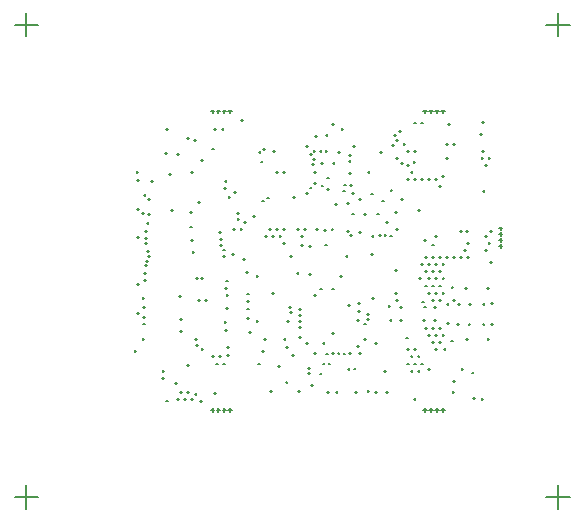
<source format=gbr>
%TF.GenerationSoftware,Altium Limited,Altium Designer,24.8.2 (39)*%
G04 Layer_Color=128*
%FSLAX45Y45*%
%MOMM*%
%TF.SameCoordinates,B03309B8-0E9A-45A2-8570-9956D1A1A338*%
%TF.FilePolarity,Positive*%
%TF.FileFunction,Drillmap*%
%TF.Part,CustomerPanel*%
G01*
G75*
%TA.AperFunction,NonConductor*%
%ADD172C,0.12700*%
D172*
X4900000Y500000D02*
X5100000D01*
X5000000Y400000D02*
Y600000D01*
X4900000Y4500000D02*
X5100000D01*
X5000000Y4400000D02*
Y4600000D01*
X400000Y4500000D02*
X600000D01*
X500000Y4400000D02*
Y4600000D01*
X400000Y500000D02*
X600000D01*
X500000Y400000D02*
Y600000D01*
X2060000Y1235000D02*
X2090000D01*
X2075000Y1220000D02*
Y1250000D01*
X2210000Y1235000D02*
X2240000D01*
X2225000Y1220000D02*
Y1250000D01*
X2160000Y1235000D02*
X2190000D01*
X2175000Y1220000D02*
Y1250000D01*
X2110000Y1235000D02*
X2140000D01*
X2125000Y1220000D02*
Y1250000D01*
X3860000Y1235000D02*
X3890000D01*
X3875000Y1220000D02*
Y1250000D01*
X4010000Y1235000D02*
X4040000D01*
X4025000Y1220000D02*
Y1250000D01*
X3960000Y1235000D02*
X3990000D01*
X3975000Y1220000D02*
Y1250000D01*
X3910000Y1235000D02*
X3940000D01*
X3925000Y1220000D02*
Y1250000D01*
X4500000Y2625000D02*
X4530000D01*
X4515000Y2610000D02*
Y2640000D01*
X4500000Y2775000D02*
X4530000D01*
X4515000Y2760000D02*
Y2790000D01*
X4500000Y2725000D02*
X4530000D01*
X4515000Y2710000D02*
Y2740000D01*
X4500000Y2675000D02*
X4530000D01*
X4515000Y2660000D02*
Y2690000D01*
X4010000Y3765000D02*
X4040000D01*
X4025000Y3750000D02*
Y3780000D01*
X3860000Y3765000D02*
X3890000D01*
X3875000Y3750000D02*
Y3780000D01*
X3910000Y3765000D02*
X3940000D01*
X3925000Y3750000D02*
Y3780000D01*
X3960000Y3765000D02*
X3990000D01*
X3975000Y3750000D02*
Y3780000D01*
X2160000Y3765000D02*
X2190000D01*
X2175000Y3750000D02*
Y3780000D01*
X2110000Y3765000D02*
X2140000D01*
X2125000Y3750000D02*
Y3780000D01*
X2060000Y3765000D02*
X2090000D01*
X2075000Y3750000D02*
Y3780000D01*
X2210000Y3765000D02*
X2240000D01*
X2225000Y3750000D02*
Y3780000D01*
X3359832Y1839870D02*
X3374832D01*
X3367332Y1832370D02*
Y1847370D01*
X3234680Y1714972D02*
X3249680D01*
X3242180Y1707472D02*
Y1722472D01*
X3184689Y1714871D02*
X3199688D01*
X3192188Y1707371D02*
Y1722371D01*
X3134822Y1715067D02*
X3149822D01*
X3142322Y1707567D02*
Y1722567D01*
X3034799Y1714901D02*
X3049799D01*
X3042299Y1707401D02*
Y1722401D01*
X2809554Y1939884D02*
X2824553D01*
X2817054Y1932384D02*
Y1947384D01*
X2809666Y2090047D02*
X2824666D01*
X2817166Y2082547D02*
Y2097547D01*
X3084710Y2264865D02*
X3099710D01*
X3092210Y2257366D02*
Y2272365D01*
X2984681Y2264865D02*
X2999680D01*
X2992180Y2257366D02*
Y2272365D01*
X4412492Y3369991D02*
X4427492D01*
X4419992Y3362491D02*
Y3377491D01*
X4412492Y2649993D02*
X4427492D01*
X4419992Y2642493D02*
Y2657493D01*
X4352492Y3369991D02*
X4367492D01*
X4359992Y3362491D02*
Y3377491D01*
X4382492Y3309991D02*
X4397492D01*
X4389992Y3302491D02*
Y3317491D01*
X4382492Y2709993D02*
X4397492D01*
X4389992Y2702493D02*
Y2717492D01*
X4382492Y2589993D02*
X4397492D01*
X4389992Y2582493D02*
Y2597493D01*
X4352492Y1329995D02*
X4367492D01*
X4359992Y1322495D02*
Y1337495D01*
X4232492Y2649993D02*
X4247492D01*
X4239992Y2642493D02*
Y2657493D01*
X4232492Y2529993D02*
X4247492D01*
X4239992Y2522493D02*
Y2537493D01*
X4202492Y2589993D02*
X4217492D01*
X4209992Y2582493D02*
Y2597493D01*
X4172492Y2529993D02*
X4187492D01*
X4179992Y2522493D02*
Y2537493D01*
X4112492Y3489991D02*
X4127492D01*
X4119992Y3482491D02*
Y3497491D01*
X4112492Y2529993D02*
X4127492D01*
X4119992Y2522493D02*
Y2537493D01*
X4112492Y2169994D02*
X4127492D01*
X4119992Y2162494D02*
Y2177493D01*
X4052493Y3489991D02*
X4067492D01*
X4059992Y3482491D02*
Y3497491D01*
X4052493Y3369991D02*
X4067492D01*
X4059992Y3362491D02*
Y3377491D01*
X4052493Y2529993D02*
X4067492D01*
X4059992Y2522493D02*
Y2537493D01*
X3992493Y3129992D02*
X4007492D01*
X3999993Y3122492D02*
Y3137492D01*
X3992493Y2529993D02*
X4007492D01*
X3999993Y2522493D02*
Y2537493D01*
X4022493Y2469993D02*
X4037492D01*
X4029992Y2462493D02*
Y2477493D01*
X3992493Y2409993D02*
X4007492D01*
X3999993Y2402493D02*
Y2417493D01*
X3992493Y2289993D02*
X4007492D01*
X3999993Y2282494D02*
Y2297493D01*
X4022493Y2229994D02*
X4037492D01*
X4029992Y2222494D02*
Y2237493D01*
X3992493Y2169994D02*
X4007492D01*
X3999993Y2162494D02*
Y2177493D01*
X3992493Y1929994D02*
X4007492D01*
X3999993Y1922494D02*
Y1937494D01*
X4022493Y1869994D02*
X4037492D01*
X4029992Y1862494D02*
Y1877494D01*
X3992493Y1809994D02*
X4007492D01*
X3999993Y1802494D02*
Y1817494D01*
X3962493Y3189992D02*
X3977492D01*
X3969993Y3182492D02*
Y3197491D01*
X3932493Y2529993D02*
X3947492D01*
X3939993Y2522493D02*
Y2537493D01*
X3962493Y2469993D02*
X3977492D01*
X3969993Y2462493D02*
Y2477493D01*
X3932493Y2409993D02*
X3947492D01*
X3939993Y2402493D02*
Y2417493D01*
X3962493Y2349993D02*
X3977492D01*
X3969993Y2342493D02*
Y2357493D01*
X3932493Y2289993D02*
X3947492D01*
X3939993Y2282494D02*
Y2297493D01*
X3962493Y2229994D02*
X3977492D01*
X3969993Y2222494D02*
Y2237493D01*
X3932493Y2169994D02*
X3947492D01*
X3939993Y2162494D02*
Y2177493D01*
X3932493Y1929994D02*
X3947492D01*
X3939993Y1922494D02*
Y1937494D01*
X3962493Y1869994D02*
X3977492D01*
X3969993Y1862494D02*
Y1877494D01*
X3932493Y1809994D02*
X3947492D01*
X3939993Y1802494D02*
Y1817494D01*
X3962493Y1749994D02*
X3977492D01*
X3969993Y1742495D02*
Y1757494D01*
X3902493Y3189992D02*
X3917493D01*
X3909993Y3182492D02*
Y3197491D01*
X3872493Y2529993D02*
X3887493D01*
X3879993Y2522493D02*
Y2537493D01*
X3902493Y2469993D02*
X3917493D01*
X3909993Y2462493D02*
Y2477493D01*
X3872493Y2409993D02*
X3887493D01*
X3879993Y2402493D02*
Y2417493D01*
X3902493Y2349993D02*
X3917493D01*
X3909993Y2342493D02*
Y2357493D01*
X3872493Y2289993D02*
X3887493D01*
X3879993Y2282494D02*
Y2297493D01*
X3902493Y2229994D02*
X3917493D01*
X3909993Y2222494D02*
Y2237493D01*
X3872493Y1929994D02*
X3887493D01*
X3879993Y1922494D02*
Y1937494D01*
X3902493Y1869994D02*
X3917493D01*
X3909993Y1862494D02*
Y1877494D01*
X3842493Y3669991D02*
X3857493D01*
X3849993Y3662491D02*
Y3677490D01*
X3842493Y3189992D02*
X3857493D01*
X3849993Y3182492D02*
Y3197491D01*
X3842493Y2469993D02*
X3857493D01*
X3849993Y2462493D02*
Y2477493D01*
X3812493Y1689995D02*
X3827493D01*
X3819993Y1682495D02*
Y1697494D01*
X3842493Y1629995D02*
X3857493D01*
X3849993Y1622495D02*
Y1637495D01*
X3812493Y1569995D02*
X3827493D01*
X3819993Y1562495D02*
Y1577495D01*
X3782493Y3669991D02*
X3797493D01*
X3789993Y3662491D02*
Y3677490D01*
X3782493Y3429991D02*
X3797493D01*
X3789993Y3422491D02*
Y3437491D01*
X3752493Y3249991D02*
X3767493D01*
X3759993Y3242492D02*
Y3257491D01*
X3782493Y3189992D02*
X3797493D01*
X3789993Y3182492D02*
Y3197491D01*
X3782493Y1749994D02*
X3797493D01*
X3789993Y1742495D02*
Y1757494D01*
X3752493Y1689995D02*
X3767493D01*
X3759993Y1682495D02*
Y1697494D01*
X3782493Y1629995D02*
X3797493D01*
X3789993Y1622495D02*
Y1637495D01*
X3752493Y1569995D02*
X3767493D01*
X3759993Y1562495D02*
Y1577495D01*
X3692493Y3489991D02*
X3707493D01*
X3699993Y3482491D02*
Y3497491D01*
X3722493Y3429991D02*
X3737493D01*
X3729993Y3422491D02*
Y3437491D01*
X3722493Y3309991D02*
X3737493D01*
X3729993Y3302491D02*
Y3317491D01*
X3722493Y3189992D02*
X3737493D01*
X3729993Y3182492D02*
Y3197491D01*
X3722493Y1749994D02*
X3737493D01*
X3729993Y1742495D02*
Y1757494D01*
X3722493Y1629995D02*
X3737493D01*
X3729993Y1622495D02*
Y1637495D01*
X3632493Y3369991D02*
X3647493D01*
X3639993Y3362491D02*
Y3377491D01*
X3632493Y2769992D02*
X3647493D01*
X3639993Y2762493D02*
Y2777492D01*
X3632493Y2169994D02*
X3647493D01*
X3639993Y2162494D02*
Y2177493D01*
X3512494Y3009992D02*
X3527493D01*
X3519993Y3002492D02*
Y3017492D01*
X3542494Y2829992D02*
X3557493D01*
X3549993Y2822492D02*
Y2837492D01*
X3422494Y2709993D02*
X3437494D01*
X3429994Y2702493D02*
Y2717492D01*
X2852495Y2769992D02*
X2867495D01*
X2859995Y2762493D02*
Y2777492D01*
X2792495Y2769992D02*
X2807495D01*
X2799995Y2762493D02*
Y2777492D01*
X2822495Y2709993D02*
X2837495D01*
X2829995Y2702493D02*
Y2717492D01*
X2672495Y3249991D02*
X2687495D01*
X2679995Y3242492D02*
Y3257491D01*
X2672495Y2769992D02*
X2687495D01*
X2679995Y2762493D02*
Y2777492D01*
X2672495Y2649993D02*
X2687495D01*
X2679995Y2642493D02*
Y2657493D01*
X2612495Y3249991D02*
X2627495D01*
X2619995Y3242492D02*
Y3257491D01*
X2612495Y2769992D02*
X2627495D01*
X2619995Y2762493D02*
Y2777492D01*
X2642495Y2709993D02*
X2657495D01*
X2649995Y2702493D02*
Y2717492D01*
X2552496Y2769992D02*
X2567495D01*
X2559995Y2762493D02*
Y2777492D01*
X2582495Y2709993D02*
X2597495D01*
X2589995Y2702493D02*
Y2717492D01*
X2582495Y2229994D02*
X2597495D01*
X2589995Y2222494D02*
Y2237493D01*
X2492496Y3009992D02*
X2507495D01*
X2499996Y3002492D02*
Y3017492D01*
X2522496Y2709993D02*
X2537495D01*
X2529995Y2702493D02*
Y2717492D01*
X2462496Y1629995D02*
X2477495D01*
X2469996Y1622495D02*
Y1637495D01*
X2342496Y2829992D02*
X2357496D01*
X2349996Y2822492D02*
Y2837492D01*
X2312496Y2769992D02*
X2327496D01*
X2319996Y2762493D02*
Y2777492D01*
X2252496Y2769992D02*
X2267496D01*
X2259996Y2762493D02*
Y2777492D01*
X2132496Y1689995D02*
X2147496D01*
X2139996Y1682495D02*
Y1697494D01*
X2162496Y1629995D02*
X2177496D01*
X2169996Y1622495D02*
Y1637495D01*
X2072496Y1689995D02*
X2087496D01*
X2079996Y1682495D02*
Y1697494D01*
X2102496Y1629995D02*
X2117496D01*
X2109996Y1622495D02*
Y1637495D01*
X2012497Y2169994D02*
X2027496D01*
X2019996Y2162494D02*
Y2177493D01*
X1952497Y2169994D02*
X1967496D01*
X1959997Y2162494D02*
Y2177493D01*
X1982497Y1749994D02*
X1997496D01*
X1989997Y1742495D02*
Y1757494D01*
X1892497Y3249991D02*
X1907497D01*
X1899997Y3242492D02*
Y3257491D01*
X1892497Y1329995D02*
X1907497D01*
X1899997Y1322495D02*
Y1337495D01*
X1862497Y1389995D02*
X1877497D01*
X1869997Y1382495D02*
Y1397495D01*
X1832497Y1329995D02*
X1847497D01*
X1839997Y1322495D02*
Y1337495D01*
X1802497Y1389995D02*
X1817497D01*
X1809997Y1382495D02*
Y1397495D01*
X1772497Y1329995D02*
X1787497D01*
X1779997Y1322495D02*
Y1337495D01*
X1652497Y1569995D02*
X1667497D01*
X1659997Y1562495D02*
Y1577495D01*
X4183376Y1586751D02*
X4198376D01*
X4190876Y1579252D02*
Y1594251D01*
X4269716Y1553782D02*
X4284716D01*
X4277216Y1546282D02*
Y1561282D01*
X4400020Y2267657D02*
X4415020D01*
X4407520Y2260157D02*
Y2275156D01*
X4212929Y2266070D02*
X4227928D01*
X4220428Y2258570D02*
Y2273569D01*
X4220673Y1834177D02*
X4235673D01*
X4228173Y1826677D02*
Y1841677D01*
X4032499Y1749996D02*
X4047498D01*
X4039999Y1742496D02*
Y1757496D01*
X4022499Y2349996D02*
X4037498D01*
X4029999Y2342496D02*
Y2357495D01*
X1414949Y1733963D02*
X1429948D01*
X1422449Y1726463D02*
Y1741463D01*
X1436053Y2060972D02*
X1451053D01*
X1443553Y2053472D02*
Y2068472D01*
X1436488Y2300299D02*
X1451488D01*
X1443988Y2292800D02*
Y2307799D01*
X1436488Y2700411D02*
X1451488D01*
X1443988Y2692911D02*
Y2707911D01*
X1437499Y2939996D02*
X1452498D01*
X1444999Y2932496D02*
Y2947496D01*
X1431919Y3254396D02*
X1446919D01*
X1439419Y3246896D02*
Y3261895D01*
X1482499Y1839996D02*
X1497498D01*
X1489999Y1832496D02*
Y1847495D01*
X2178840Y1915663D02*
X2193840D01*
X2186340Y1908163D02*
Y1923163D01*
X2072499Y3449996D02*
X2087498D01*
X2079999Y3442496D02*
Y3457495D01*
X2177880Y3174614D02*
X2192879D01*
X2185379Y3167115D02*
Y3182114D01*
X2174863Y3118263D02*
X2189863D01*
X2182363Y3110763D02*
Y3125763D01*
X2211183Y3037029D02*
X2226182D01*
X2218683Y3029529D02*
Y3044529D01*
X2257499Y3079996D02*
X2272498D01*
X2264999Y3072496D02*
Y3087495D01*
X1952499Y2998204D02*
X1967498D01*
X1959998Y2990704D02*
Y3005704D01*
X2134085Y2739996D02*
X2149085D01*
X2141585Y2732496D02*
Y2747496D01*
X2137499Y2634996D02*
X2152498D01*
X2144999Y2627496D02*
Y2642496D01*
X2140729Y2681765D02*
X2155729D01*
X2148229Y2674265D02*
Y2689265D01*
X2465780Y3423624D02*
X2480780D01*
X2473280Y3416124D02*
Y3431124D01*
X2482499Y3339996D02*
X2497498D01*
X2489999Y3332496D02*
Y3347495D01*
X2316010Y3691896D02*
X2331010D01*
X2323510Y3684396D02*
Y3699395D01*
X2500443Y3448592D02*
X2515443D01*
X2507943Y3441092D02*
Y3456092D01*
X2932347Y3250139D02*
X2947346D01*
X2939847Y3242639D02*
Y3257638D01*
X2916686Y3320856D02*
X2931686D01*
X2924186Y3313357D02*
Y3328356D01*
X1882498Y2909996D02*
X1897498D01*
X1889998Y2902496D02*
Y2917496D01*
X1477499Y2904996D02*
X1492498D01*
X1484999Y2897496D02*
Y2912496D01*
X2998600Y3137084D02*
X3013599D01*
X3006099Y3129584D02*
Y3144583D01*
X2189006Y2101087D02*
X2204005D01*
X2196506Y2093587D02*
Y2108587D01*
X2164341Y2536411D02*
X2179341D01*
X2171841Y2528911D02*
Y2543911D01*
X2167499Y2594996D02*
X2182498D01*
X2174998Y2587496D02*
Y2602495D01*
X2417499Y2874996D02*
X2432498D01*
X2424998Y2867496D02*
Y2882496D01*
X1937501Y2354790D02*
X1952500D01*
X1945000Y2347290D02*
Y2362289D01*
X1979998Y2354341D02*
X1994998D01*
X1987498Y2346841D02*
Y2361841D01*
X1532219Y2540689D02*
X1547219D01*
X1539719Y2533189D02*
Y2548189D01*
X1506563Y2650931D02*
X1521563D01*
X1514063Y2643431D02*
Y2658431D01*
X1887870Y2789996D02*
X1902869D01*
X1895370Y2782496D02*
Y2797496D01*
X1891607Y2674996D02*
X1906607D01*
X1899107Y2667497D02*
Y2682496D01*
X1502499Y2754996D02*
X1517498D01*
X1509999Y2747496D02*
Y2762496D01*
X2589590Y3429020D02*
X2604590D01*
X2597090Y3421520D02*
Y3436520D01*
X2899592Y3402195D02*
X2914592D01*
X2907092Y3394695D02*
Y3409695D01*
X2924959Y3364882D02*
X2939959D01*
X2932459Y3357382D02*
Y3372382D01*
X3033012Y3567937D02*
X3048012D01*
X3040512Y3560437D02*
Y3575437D01*
X3317230Y2744802D02*
X3332229D01*
X3324729Y2737303D02*
Y2752302D01*
X2509610Y1834998D02*
X2524609D01*
X2517110Y1827498D02*
Y1842498D01*
X3280964Y1389625D02*
X3295964D01*
X3288464Y1382126D02*
Y1397125D01*
X2703421Y1992049D02*
X2718421D01*
X2710921Y1984549D02*
Y1999549D01*
X2732495Y2062049D02*
X2747495D01*
X2739995Y2054550D02*
Y2069549D01*
X3382814Y2005222D02*
X3397814D01*
X3390314Y1997722D02*
Y2012722D01*
X3302499Y1999996D02*
X3317498D01*
X3309998Y1992496D02*
Y2007496D01*
X3531217Y2715461D02*
X3546217D01*
X3538717Y2707961D02*
Y2722961D01*
X3487499Y2714996D02*
X3502498D01*
X3494999Y2707496D02*
Y2722495D01*
X3111914Y2979913D02*
X3126913D01*
X3119414Y2972413D02*
Y2987413D01*
X2284116Y2901110D02*
X2299115D01*
X2291615Y2893610D02*
Y2908610D01*
X2997472Y3327467D02*
X3012472D01*
X3004972Y3319967D02*
Y3334967D01*
X1861913Y1619411D02*
X1876913D01*
X1869413Y1611911D02*
Y1626910D01*
X1797926Y1903606D02*
X1812926D01*
X1805426Y1896106D02*
Y1911106D01*
X1502446Y2694943D02*
X1517446D01*
X1509946Y2687443D02*
Y2702443D01*
X1489998Y1968177D02*
X1504998D01*
X1497498Y1960677D02*
Y1975677D01*
X3048141Y1390596D02*
X3063141D01*
X3055641Y1383096D02*
Y1398096D01*
X2632499Y1608814D02*
X2647498D01*
X2639999Y1601314D02*
Y1616314D01*
X2883841Y1546338D02*
X2898841D01*
X2891341Y1538838D02*
Y1553838D01*
X3388961Y3249361D02*
X3403961D01*
X3396461Y3241861D02*
Y3256860D01*
X3227582Y3347496D02*
X3242582D01*
X3235082Y3339996D02*
Y3354996D01*
X3317607Y3018926D02*
X3332606D01*
X3325106Y3011426D02*
Y3026426D01*
X3778016Y1331978D02*
X3793016D01*
X3785516Y1324478D02*
Y1339477D01*
X3242494Y2714993D02*
X3257494D01*
X3249994Y2707493D02*
Y2722492D01*
X3183801Y3094724D02*
X3198801D01*
X3191301Y3087224D02*
Y3102224D01*
X3254354Y3074661D02*
X3269354D01*
X3261854Y3067162D02*
Y3082161D01*
X3085770Y3657496D02*
X3100770D01*
X3093270Y3649996D02*
Y3664995D01*
X2152500Y3617496D02*
X2167500D01*
X2160000Y3609996D02*
Y3624996D01*
X2087587Y3616639D02*
X2102586D01*
X2095086Y3609139D02*
Y3624139D01*
X1857420Y3539922D02*
X1872419D01*
X1864920Y3532422D02*
Y3547421D01*
X1937499Y1784996D02*
X1952498D01*
X1944998Y1777496D02*
Y1792496D01*
X1927499Y1834996D02*
X1942498D01*
X1934998Y1827496D02*
Y1842495D01*
X1650597Y1508257D02*
X1665597D01*
X1658097Y1500757D02*
Y1515757D01*
X1757499Y1464996D02*
X1772498D01*
X1764999Y1457496D02*
Y1472495D01*
X2757499Y3039996D02*
X2772498D01*
X2764999Y3032496D02*
Y3047496D01*
X1977499Y3354996D02*
X1992498D01*
X1984999Y3347496D02*
Y3362495D01*
X1918261Y3525761D02*
X1933261D01*
X1925761Y3518261D02*
Y3533260D01*
X2538600Y3035462D02*
X2553600D01*
X2546100Y3027962D02*
Y3042962D01*
X3358156Y2898630D02*
X3373156D01*
X3365656Y2891130D02*
Y2906130D01*
X3574935Y1996929D02*
X3589935D01*
X3582435Y1989429D02*
Y2004429D01*
X3565247Y2114660D02*
X3580247D01*
X3572747Y2107160D02*
Y2122160D01*
X3307499Y2139996D02*
X3322498D01*
X3314998Y2132496D02*
Y2147496D01*
X3307499Y2074996D02*
X3322498D01*
X3314998Y2067496D02*
Y2082495D01*
X2867499Y1804996D02*
X2882498D01*
X2874999Y1797496D02*
Y1812495D01*
X3087499Y1884996D02*
X3102498D01*
X3094998Y1877496D02*
Y1892496D01*
X3007499Y1804996D02*
X3022498D01*
X3014999Y1797496D02*
Y1812495D01*
X3302499Y1774996D02*
X3317498D01*
X3309998Y1767496D02*
Y1782496D01*
X3220602Y2127116D02*
X3235602D01*
X3228102Y2119616D02*
Y2134616D01*
X3662499Y1999996D02*
X3677498D01*
X3669999Y1992496D02*
Y2007496D01*
X3851247Y2154607D02*
X3866247D01*
X3858747Y2147107D02*
Y2162106D01*
X2367516Y2016792D02*
X2382515D01*
X2375016Y2009292D02*
Y2024292D01*
X2197499Y1699996D02*
X2212498D01*
X2204998Y1692496D02*
Y1707495D01*
X3897499Y1584996D02*
X3912498D01*
X3904999Y1577496D02*
Y1592495D01*
X2867499Y3469994D02*
X2882499D01*
X2874999Y3462494D02*
Y3477493D01*
X2201192Y1769817D02*
X2216192D01*
X2208692Y1762317D02*
Y1777317D01*
X1722454Y2927121D02*
X1737454D01*
X1729954Y2919621D02*
Y2934621D01*
X1924243Y1371125D02*
X1939243D01*
X1931743Y1363625D02*
Y1378625D01*
X4107499Y1389996D02*
X4122498D01*
X4114998Y1382496D02*
Y1397496D01*
X4112499Y1479996D02*
X4127498D01*
X4119998Y1472496D02*
Y1487496D01*
X2722495Y2104994D02*
X2737495D01*
X2729995Y2097494D02*
Y2112494D01*
X4282499Y1334996D02*
X4297498D01*
X4289999Y1327496D02*
Y1342495D01*
X3662499Y2109996D02*
X3677498D01*
X3669999Y2102496D02*
Y2117496D01*
X3864792Y2111888D02*
X3879792D01*
X3872292Y2104388D02*
Y2119387D01*
X3951851Y2109030D02*
X3966851D01*
X3959351Y2101530D02*
Y2116530D01*
X3855458Y1995111D02*
X3870458D01*
X3862958Y1987611D02*
Y2002611D01*
X3952804Y2000635D02*
X3967803D01*
X3960303Y1993135D02*
Y2008135D01*
X4242550Y1961055D02*
X4257550D01*
X4250050Y1953555D02*
Y1968555D01*
X4147550Y1961055D02*
X4162550D01*
X4155050Y1953555D02*
Y1968555D01*
X4157550Y2136055D02*
X4172550D01*
X4165050Y2128556D02*
Y2143555D01*
X4247550Y2136055D02*
X4262550D01*
X4255050Y2128556D02*
Y2143555D01*
X4362550Y2136055D02*
X4377550D01*
X4370050Y2128556D02*
Y2143555D01*
X4362550Y1961055D02*
X4377550D01*
X4370050Y1953555D02*
Y1968555D01*
X4062550Y1971055D02*
X4077550D01*
X4070050Y1963555D02*
Y1978555D01*
X4057550Y2136055D02*
X4072550D01*
X4065050Y2128556D02*
Y2143555D01*
X4432550Y2141055D02*
X4447550D01*
X4440050Y2133556D02*
Y2148555D01*
X4432550Y1961055D02*
X4447550D01*
X4440050Y1953555D02*
Y1968555D01*
X4427550Y2486055D02*
X4442550D01*
X4435050Y2478556D02*
Y2493555D01*
X4427550Y2751055D02*
X4442550D01*
X4435050Y2743556D02*
Y2758555D01*
X4357550Y3671055D02*
X4372550D01*
X4365050Y3663556D02*
Y3678555D01*
X1682550Y1316055D02*
X1697550D01*
X1690050Y1308555D02*
Y1323555D01*
X1967550Y1311055D02*
X1982550D01*
X1975050Y1303555D02*
Y1318555D01*
X2333699Y2513125D02*
X2348699D01*
X2341199Y2505625D02*
Y2520624D01*
X3658115Y3601681D02*
X3673115D01*
X3665615Y3594181D02*
Y3609181D01*
X2694203Y1469851D02*
X2709202D01*
X2701702Y1462351D02*
Y1477350D01*
X2562499Y1397496D02*
X2577498D01*
X2569998Y1389996D02*
Y1404995D01*
X2086066Y1382235D02*
X2101065D01*
X2093566Y1374735D02*
Y1389735D01*
X1794034Y2204771D02*
X1809034D01*
X1801534Y2197271D02*
Y2212271D01*
X2244265Y2553228D02*
X2259265D01*
X2251765Y2545728D02*
Y2560727D01*
X2194259Y2209360D02*
X2209259D01*
X2201759Y2201860D02*
Y2216859D01*
X2190739Y2332731D02*
X2205739D01*
X2198239Y2325232D02*
Y2340231D01*
X2184201Y2269968D02*
X2199201D01*
X2191701Y2262468D02*
Y2277468D01*
X3416400Y3069284D02*
X3431400D01*
X3423900Y3061784D02*
Y3076784D01*
X3257499Y2899996D02*
X3272498D01*
X3264999Y2892496D02*
Y2907496D01*
X3467499Y2899996D02*
X3482498D01*
X3474998Y2892496D02*
Y2907496D01*
X1905772Y2574996D02*
X1920772D01*
X1913272Y2567496D02*
Y2582495D01*
X2177499Y1981726D02*
X2192498D01*
X2184998Y1974226D02*
Y1989225D01*
X1802499Y2004996D02*
X1817498D01*
X1809998Y1997496D02*
Y2012496D01*
X3157009Y2367952D02*
X3172009D01*
X3164509Y2360452D02*
Y2375452D01*
X3825079Y2355790D02*
X3840079D01*
X3832579Y2348290D02*
Y2363290D01*
X3672603Y3327045D02*
X3687602D01*
X3680102Y3319546D02*
Y3334545D01*
X3672499Y3019996D02*
X3687498D01*
X3679998Y3012496D02*
Y3027496D01*
X4403507Y1834407D02*
X4418507D01*
X4411007Y1826907D02*
Y1841907D01*
X4093507Y1824407D02*
X4108507D01*
X4101007Y1816907D02*
Y1831907D01*
X4098507Y2274407D02*
X4113507D01*
X4106007Y2266907D02*
Y2281907D01*
X3427003Y2185785D02*
X3442003D01*
X3434503Y2178285D02*
Y2193285D01*
X2892499Y2389996D02*
X2907498D01*
X2899999Y2382496D02*
Y2397496D01*
X2934526Y2211607D02*
X2949525D01*
X2942026Y2204108D02*
Y2219107D01*
X4362761Y3088045D02*
X4377761D01*
X4370261Y3080545D02*
Y3095545D01*
X4016988Y3217666D02*
X4031987D01*
X4024488Y3210166D02*
Y3225166D01*
X2751934Y1701216D02*
X2766934D01*
X2759434Y1693716D02*
Y1708716D01*
X2882499Y1589996D02*
X2897498D01*
X2889999Y1582496D02*
Y1597495D01*
X2982499Y1544996D02*
X2997498D01*
X2989999Y1537496D02*
Y1552495D01*
X2787499Y2399329D02*
X2802499D01*
X2794999Y2391830D02*
Y2406829D01*
X2822499Y2629996D02*
X2837498D01*
X2829998Y2622496D02*
Y2637496D01*
X1674999Y3414996D02*
X1689998D01*
X1682499Y3407496D02*
Y3422496D01*
X1777073Y3403281D02*
X1792073D01*
X1784573Y3395781D02*
Y3410781D01*
X3167499Y3614996D02*
X3182498D01*
X3174998Y3607496D02*
Y3622495D01*
X3217499Y2989996D02*
X3232498D01*
X3224999Y2982496D02*
Y2997495D01*
X3202499Y2539996D02*
X3217498D01*
X3209998Y2532496D02*
Y2547496D01*
X3612502Y3565881D02*
X3627501D01*
X3620001Y3558381D02*
Y3573380D01*
X3627499Y3519996D02*
X3642498D01*
X3634999Y3512496D02*
Y3527496D01*
X3592501Y3479998D02*
X3607501D01*
X3600001Y3472498D02*
Y3487497D01*
X3582499Y3094996D02*
X3597498D01*
X3589998Y3087496D02*
Y3102495D01*
X3494733Y3422763D02*
X3509733D01*
X3502233Y3415263D02*
Y3430263D01*
X4357235Y3431534D02*
X4372235D01*
X4364735Y3424034D02*
Y3439034D01*
X2732499Y2539996D02*
X2747498D01*
X2739999Y2532496D02*
Y2547496D01*
X3420989Y2558485D02*
X3435989D01*
X3428489Y2550985D02*
Y2565985D01*
X3031556Y2637496D02*
X3046555D01*
X3039055Y2629996D02*
Y2644995D01*
X3932499Y2637496D02*
X3947498D01*
X3939998Y2629996D02*
Y2644995D01*
X3867499Y2672496D02*
X3882498D01*
X3874999Y2664996D02*
Y2679996D01*
X3359999Y1968247D02*
X3374998D01*
X3367498Y1960747D02*
Y1975747D01*
X3622499Y2224996D02*
X3637498D01*
X3629999Y2217496D02*
Y2232495D01*
X3622501Y2419996D02*
X3637500D01*
X3630000Y2412496D02*
Y2427496D01*
X2447901Y2368692D02*
X2462900D01*
X2455400Y2361192D02*
Y2376192D01*
X2447855Y1987114D02*
X2462854D01*
X2455354Y1979615D02*
Y1994614D01*
X3117499Y1389996D02*
X3132498D01*
X3124999Y1382496D02*
Y1397496D01*
X3452499Y1384996D02*
X3467498D01*
X3459998Y1377496D02*
Y1392496D01*
X4072497Y3659995D02*
X4087497D01*
X4079997Y3652496D02*
Y3667495D01*
X4342499Y3571995D02*
X4357499D01*
X4349999Y3564495D02*
Y3579494D01*
X3777499Y3334996D02*
X3792498D01*
X3784999Y3327496D02*
Y3342495D01*
X3267970Y3470142D02*
X3282970D01*
X3275470Y3462642D02*
Y3477642D01*
X3233567Y3395358D02*
X3248566D01*
X3241066Y3387859D02*
Y3402858D01*
X2867499Y3069994D02*
X2882499D01*
X2874999Y3062495D02*
Y3077494D01*
X2942499Y3554996D02*
X2957498D01*
X2949998Y3547496D02*
Y3562496D01*
X1682572Y3613332D02*
X1697572D01*
X1690072Y3605833D02*
Y3620832D01*
X1437712Y3181532D02*
X1452712D01*
X1445212Y3174032D02*
Y3189032D01*
X2677498Y1834998D02*
X2692498D01*
X2684998Y1827498D02*
Y1842498D01*
X4220638Y2753826D02*
X4235638D01*
X4228138Y2746326D02*
Y2761326D01*
X4172499Y2754996D02*
X4187498D01*
X4179998Y2747496D02*
Y2762496D01*
X3817499Y2929996D02*
X3832498D01*
X3824998Y2922496D02*
Y2937496D01*
X2892499Y2624996D02*
X2907498D01*
X2899999Y2617496D02*
Y2632496D01*
X3575512Y2713794D02*
X3590511D01*
X3583012Y2706294D02*
Y2721294D01*
X3217499Y2754996D02*
X3232498D01*
X3224999Y2747496D02*
Y2762496D01*
X3381863Y2049673D02*
X3396862D01*
X3389363Y2042173D02*
Y2057173D01*
X3189022Y3145666D02*
X3204021D01*
X3196521Y3138166D02*
Y3153166D01*
X3237620Y3140221D02*
X3252620D01*
X3245120Y3132721D02*
Y3147720D01*
X3045056Y3104052D02*
X3060056D01*
X3052556Y3096552D02*
Y3111552D01*
X2797499Y1394996D02*
X2812498D01*
X2804998Y1387496D02*
Y1402496D01*
X3712499Y1849996D02*
X3727498D01*
X3719998Y1842496D02*
Y1857496D01*
X2496050Y1737030D02*
X2511050D01*
X2503550Y1729530D02*
Y1744530D01*
X3219242Y1580603D02*
X3234242D01*
X3226742Y1573103D02*
Y1588103D01*
X3270222Y1587004D02*
X3285222D01*
X3277722Y1579504D02*
Y1594504D01*
X3316698Y1715226D02*
X3331698D01*
X3324198Y1707726D02*
Y1722726D01*
X3084853Y1715020D02*
X3099853D01*
X3092353Y1707521D02*
Y1722520D01*
X3527499Y1564996D02*
X3542499D01*
X3534999Y1557496D02*
Y1572495D01*
X1487499Y2019996D02*
X1502498D01*
X1494999Y2012496D02*
Y2027496D01*
X1482677Y2183567D02*
X1497677D01*
X1490177Y2176067D02*
Y2191066D01*
X3057499Y1629996D02*
X3072499D01*
X3064999Y1622496D02*
Y1637496D01*
X3007499Y1629996D02*
X3022498D01*
X3014999Y1622496D02*
Y1637496D01*
X2937499Y1719996D02*
X2952499D01*
X2944999Y1712496D02*
Y1727495D01*
X2809999Y1990013D02*
X2824999D01*
X2817499Y1982513D02*
Y1997513D01*
X2907499Y1449996D02*
X2922499D01*
X2914999Y1442496D02*
Y1457495D01*
X2810035Y2040126D02*
X2825035D01*
X2817535Y2032626D02*
Y2047626D01*
X3622499Y2914996D02*
X3637498D01*
X3629999Y2907496D02*
Y2922496D01*
X3962499Y2709996D02*
X3977498D01*
X3969998Y2702496D02*
Y2717495D01*
X1707499Y3234996D02*
X1722498D01*
X1714999Y3227496D02*
Y3242495D01*
X3542499Y1391177D02*
X3557499D01*
X3549999Y1383677D02*
Y1398676D01*
X3387499Y1394996D02*
X3402498D01*
X3394999Y1387496D02*
Y1402496D01*
X2287499Y2854996D02*
X2302498D01*
X2294998Y2847496D02*
Y2862495D01*
X3234367Y3245197D02*
X3249366D01*
X3241867Y3237697D02*
Y3252697D01*
X3092499Y3324996D02*
X3107498D01*
X3099999Y3317496D02*
Y3332495D01*
X2367499Y2094996D02*
X2382498D01*
X2374999Y2087496D02*
Y2102495D01*
X2367499Y2159996D02*
X2382498D01*
X2374999Y2152496D02*
Y2167496D01*
X1487499Y2104996D02*
X1502499D01*
X1494999Y2097496D02*
Y2112496D01*
X1497499Y2339996D02*
X1512498D01*
X1504999Y2332496D02*
Y2347495D01*
X1532498Y3019994D02*
X1547498D01*
X1539998Y3012495D02*
Y3027494D01*
X1517191Y2821227D02*
X1532190D01*
X1524691Y2813727D02*
Y2828727D01*
X1529164Y2893920D02*
X1544163D01*
X1536663Y2886420D02*
Y2901420D01*
X2357499Y2404996D02*
X2372498D01*
X2364999Y2397496D02*
Y2412496D01*
X2366143Y2222374D02*
X2381142D01*
X2373642Y2214874D02*
Y2229874D01*
X2387499Y1899996D02*
X2402498D01*
X2394999Y1892496D02*
Y1907496D01*
X1513056Y2501163D02*
X1528056D01*
X1520556Y2493664D02*
Y2508663D01*
X1502499Y2459996D02*
X1517498D01*
X1509999Y2452496D02*
Y2467495D01*
X1521119Y2584602D02*
X1536119D01*
X1528619Y2577103D02*
Y2592102D01*
X1495940Y2399667D02*
X1510940D01*
X1503440Y2392167D02*
Y2407167D01*
X2809278Y1854754D02*
X2824278D01*
X2816778Y1847255D02*
Y1862254D01*
X2696118Y1768395D02*
X2711118D01*
X2703618Y1760895D02*
Y1775895D01*
X1552499Y3174996D02*
X1567498D01*
X1559998Y3167496D02*
Y3182496D01*
X2952499Y2764996D02*
X2967498D01*
X2959998Y2757496D02*
Y2772496D01*
X3082499Y2764996D02*
X3097498D01*
X3089998Y2757496D02*
Y2772496D01*
X3017499Y2759996D02*
X3032498D01*
X3024999Y2752496D02*
Y2767496D01*
X3453655Y1807013D02*
X3468655D01*
X3461155Y1799513D02*
Y1814513D01*
X1492499Y3054996D02*
X1507498D01*
X1499999Y3047496D02*
Y3062496D01*
X3042499Y3204996D02*
X3057498D01*
X3049998Y3197496D02*
Y3212495D01*
X2937499Y3154996D02*
X2952498D01*
X2944998Y3147496D02*
Y3162496D01*
X2897499Y3119996D02*
X2912498D01*
X2904999Y3112496D02*
Y3127496D01*
X2930736Y3431114D02*
X2945736D01*
X2938236Y3423614D02*
Y3438614D01*
X3032495Y3429991D02*
X3047494D01*
X3039994Y3422491D02*
Y3437491D01*
X3137499Y3419996D02*
X3152498D01*
X3144999Y3412496D02*
Y3427496D01*
X2982499Y3429996D02*
X2997498D01*
X2989999Y3422496D02*
Y3437496D01*
%TF.MD5,90397bf4290fd2c0c6aded1759383bd5*%
M02*

</source>
